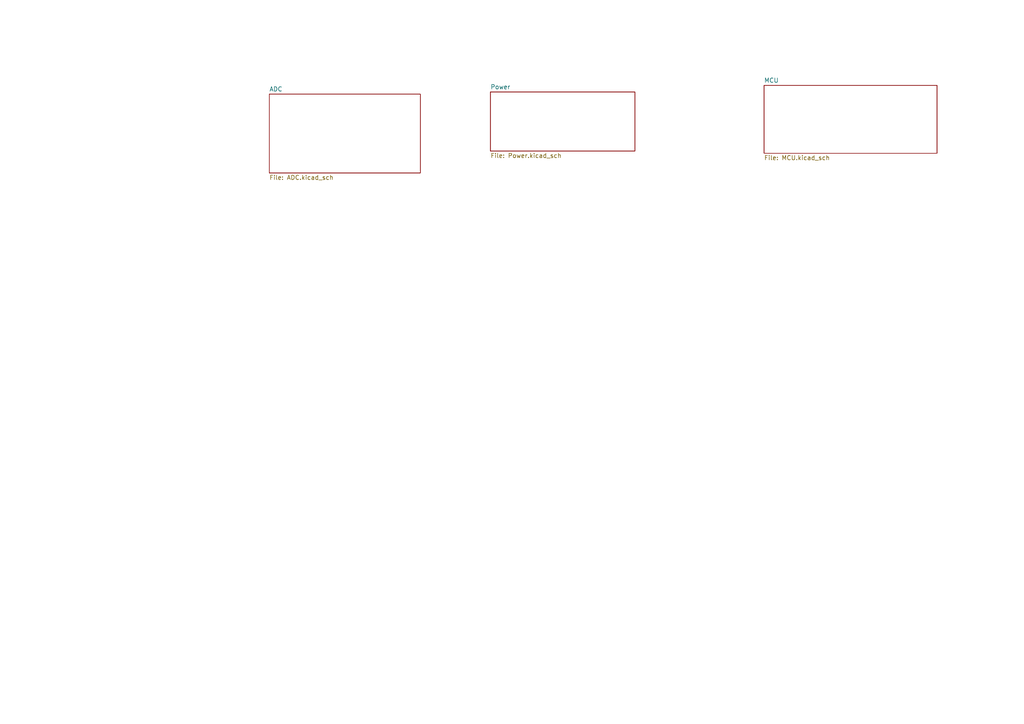
<source format=kicad_sch>
(kicad_sch
	(version 20231120)
	(generator "eeschema")
	(generator_version "8.0")
	(uuid "28d08f47-cb7a-45c5-8fbc-33f0216f23f5")
	(paper "A4")
	(lib_symbols)
	(sheet
		(at 142.24 26.67)
		(size 41.91 17.145)
		(fields_autoplaced yes)
		(stroke
			(width 0.1524)
			(type solid)
		)
		(fill
			(color 0 0 0 0.0000)
		)
		(uuid "5c89fe08-6cbd-4145-8444-140da51d8781")
		(property "Sheetname" "Power"
			(at 142.24 25.9584 0)
			(effects
				(font
					(size 1.27 1.27)
				)
				(justify left bottom)
			)
		)
		(property "Sheetfile" "Power.kicad_sch"
			(at 142.24 44.3996 0)
			(effects
				(font
					(size 1.27 1.27)
				)
				(justify left top)
			)
		)
		(instances
			(project "DAQ"
				(path "/28d08f47-cb7a-45c5-8fbc-33f0216f23f5"
					(page "3")
				)
			)
		)
	)
	(sheet
		(at 78.105 27.305)
		(size 43.815 22.86)
		(fields_autoplaced yes)
		(stroke
			(width 0.1524)
			(type solid)
		)
		(fill
			(color 0 0 0 0.0000)
		)
		(uuid "a391ea3c-381f-4907-aaab-bdcb118fed8f")
		(property "Sheetname" "ADC"
			(at 78.105 26.5934 0)
			(effects
				(font
					(size 1.27 1.27)
				)
				(justify left bottom)
			)
		)
		(property "Sheetfile" "ADC.kicad_sch"
			(at 78.105 50.7496 0)
			(effects
				(font
					(size 1.27 1.27)
				)
				(justify left top)
			)
		)
		(instances
			(project "DAQ"
				(path "/28d08f47-cb7a-45c5-8fbc-33f0216f23f5"
					(page "4")
				)
			)
		)
	)
	(sheet
		(at 221.615 24.765)
		(size 50.165 19.685)
		(fields_autoplaced yes)
		(stroke
			(width 0.1524)
			(type solid)
		)
		(fill
			(color 0 0 0 0.0000)
		)
		(uuid "bce93a55-614a-4dbd-be10-27be71249aac")
		(property "Sheetname" "MCU"
			(at 221.615 24.0534 0)
			(effects
				(font
					(size 1.27 1.27)
				)
				(justify left bottom)
			)
		)
		(property "Sheetfile" "MCU.kicad_sch"
			(at 221.615 45.0346 0)
			(effects
				(font
					(size 1.27 1.27)
				)
				(justify left top)
			)
		)
		(instances
			(project "DAQ"
				(path "/28d08f47-cb7a-45c5-8fbc-33f0216f23f5"
					(page "2")
				)
			)
		)
	)
	(sheet_instances
		(path "/"
			(page "1")
		)
	)
)
</source>
